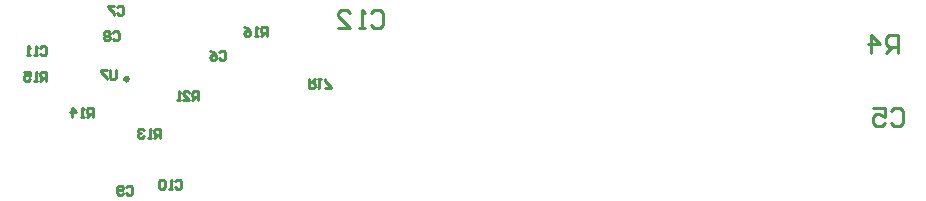
<source format=gbo>
G04*
G04 #@! TF.GenerationSoftware,Altium Limited,Altium Designer,20.0.13 (296)*
G04*
G04 Layer_Color=32896*
%FSLAX25Y25*%
%MOIN*%
G70*
G01*
G75*
%ADD10C,0.01000*%
D10*
X113707Y90500D02*
G03*
X113707Y90500I-707J0D01*
G01*
X109499Y93499D02*
Y91000D01*
X108999Y90500D01*
X108000D01*
X107500Y91000D01*
Y93499D01*
X106500D02*
X104501D01*
Y93000D01*
X106500Y91000D01*
Y90500D01*
X136999Y83500D02*
Y86500D01*
X135499D01*
X135000Y86000D01*
Y85000D01*
X135499Y84500D01*
X136999D01*
X135999D02*
X135000Y83500D01*
X132001D02*
X134000D01*
X132001Y85500D01*
Y86000D01*
X132500Y86500D01*
X133500D01*
X134000Y86000D01*
X131001Y83500D02*
X130001D01*
X130501D01*
Y86500D01*
X131001Y86000D01*
X173751Y90500D02*
Y87501D01*
X175251D01*
X175751Y88000D01*
Y89000D01*
X175251Y89500D01*
X173751D01*
X174751D02*
X175751Y90500D01*
X176750D02*
X177750D01*
X177250D01*
Y87501D01*
X176750Y88000D01*
X179249Y87501D02*
X181249D01*
Y88000D01*
X179249Y90000D01*
Y90500D01*
X159749Y105000D02*
Y108000D01*
X158249D01*
X157749Y107500D01*
Y106500D01*
X158249Y106000D01*
X159749D01*
X158749D02*
X157749Y105000D01*
X156750D02*
X155750D01*
X156250D01*
Y108000D01*
X156750Y107500D01*
X152251Y108000D02*
X153251Y107500D01*
X154251Y106500D01*
Y105500D01*
X153751Y105000D01*
X152751D01*
X152251Y105500D01*
Y106000D01*
X152751Y106500D01*
X154251D01*
X86249Y90000D02*
Y93000D01*
X84749D01*
X84249Y92500D01*
Y91500D01*
X84749Y91000D01*
X86249D01*
X85249D02*
X84249Y90000D01*
X83250D02*
X82250D01*
X82750D01*
Y93000D01*
X83250Y92500D01*
X78751Y93000D02*
X80751D01*
Y91500D01*
X79751Y92000D01*
X79251D01*
X78751Y91500D01*
Y90500D01*
X79251Y90000D01*
X80251D01*
X80751Y90500D01*
X101749Y78000D02*
Y80999D01*
X100249D01*
X99749Y80500D01*
Y79500D01*
X100249Y79000D01*
X101749D01*
X100749D02*
X99749Y78000D01*
X98750D02*
X97750D01*
X98250D01*
Y80999D01*
X98750Y80500D01*
X94751Y78000D02*
Y80999D01*
X96251Y79500D01*
X94251D01*
X124249Y71000D02*
Y74000D01*
X122749D01*
X122249Y73500D01*
Y72500D01*
X122749Y72000D01*
X124249D01*
X123249D02*
X122249Y71000D01*
X121250D02*
X120250D01*
X120750D01*
Y74000D01*
X121250Y73500D01*
X118751D02*
X118251Y74000D01*
X117251D01*
X116751Y73500D01*
Y73000D01*
X117251Y72500D01*
X117751D01*
X117251D01*
X116751Y72000D01*
Y71500D01*
X117251Y71000D01*
X118251D01*
X118751Y71500D01*
X194701Y112698D02*
X195701Y113698D01*
X197700D01*
X198700Y112698D01*
Y108700D01*
X197700Y107700D01*
X195701D01*
X194701Y108700D01*
X192702Y107700D02*
X190703D01*
X191702D01*
Y113698D01*
X192702Y112698D01*
X183705Y107700D02*
X187704D01*
X183705Y111699D01*
Y112698D01*
X184704Y113698D01*
X186704D01*
X187704Y112698D01*
X84250Y101000D02*
X84749Y101499D01*
X85749D01*
X86249Y101000D01*
Y99000D01*
X85749Y98501D01*
X84749D01*
X84250Y99000D01*
X83250Y98501D02*
X82250D01*
X82750D01*
Y101499D01*
X83250Y101000D01*
X80751Y98501D02*
X79751D01*
X80251D01*
Y101499D01*
X80751Y101000D01*
X129249Y56500D02*
X129749Y56999D01*
X130749D01*
X131249Y56500D01*
Y54500D01*
X130749Y54001D01*
X129749D01*
X129249Y54500D01*
X128250Y54001D02*
X127250D01*
X127750D01*
Y56999D01*
X128250Y56500D01*
X125751D02*
X125251Y56999D01*
X124251D01*
X123751Y56500D01*
Y54500D01*
X124251Y54001D01*
X125251D01*
X125751Y54500D01*
Y56500D01*
X113000Y54500D02*
X113500Y55000D01*
X114499D01*
X114999Y54500D01*
Y52500D01*
X114499Y52000D01*
X113500D01*
X113000Y52500D01*
X112000D02*
X111500Y52000D01*
X110501D01*
X110001Y52500D01*
Y54500D01*
X110501Y55000D01*
X111500D01*
X112000Y54500D01*
Y54000D01*
X111500Y53500D01*
X110001D01*
X108500Y106000D02*
X109000Y106500D01*
X109999D01*
X110499Y106000D01*
Y104000D01*
X109999Y103500D01*
X109000D01*
X108500Y104000D01*
X107500Y106000D02*
X107000Y106500D01*
X106001D01*
X105501Y106000D01*
Y105500D01*
X106001Y105000D01*
X105501Y104500D01*
Y104000D01*
X106001Y103500D01*
X107000D01*
X107500Y104000D01*
Y104500D01*
X107000Y105000D01*
X107500Y105500D01*
Y106000D01*
X107000Y105000D02*
X106001D01*
X110000Y114500D02*
X110500Y114999D01*
X111499D01*
X111999Y114500D01*
Y112500D01*
X111499Y112001D01*
X110500D01*
X110000Y112500D01*
X109000Y114999D02*
X107001D01*
Y114500D01*
X109000Y112500D01*
Y112001D01*
X144000Y99500D02*
X144500Y99999D01*
X145499D01*
X145999Y99500D01*
Y97500D01*
X145499Y97000D01*
X144500D01*
X144000Y97500D01*
X141001Y99999D02*
X142000Y99500D01*
X143000Y98500D01*
Y97500D01*
X142500Y97000D01*
X141501D01*
X141001Y97500D01*
Y98000D01*
X141501Y98500D01*
X143000D01*
X367747Y79798D02*
X368747Y80798D01*
X370746D01*
X371746Y79798D01*
Y75800D01*
X370746Y74800D01*
X368747D01*
X367747Y75800D01*
X361749Y80798D02*
X365748D01*
Y77799D01*
X363748Y78799D01*
X362749D01*
X361749Y77799D01*
Y75800D01*
X362749Y74800D01*
X364748D01*
X365748Y75800D01*
X370200Y99200D02*
Y105198D01*
X367201D01*
X366201Y104198D01*
Y102199D01*
X367201Y101199D01*
X370200D01*
X368201D02*
X366201Y99200D01*
X361203D02*
Y105198D01*
X364202Y102199D01*
X360203D01*
M02*

</source>
